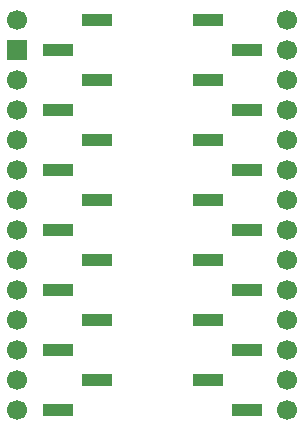
<source format=gbs>
G04 #@! TF.GenerationSoftware,KiCad,Pcbnew,9.0.6*
G04 #@! TF.CreationDate,2026-01-08T22:08:59-06:00*
G04 #@! TF.ProjectId,QFN-24_4x4_P0.5,51464e2d-3234-45f3-9478-345f50302e35,rev?*
G04 #@! TF.SameCoordinates,Original*
G04 #@! TF.FileFunction,Soldermask,Bot*
G04 #@! TF.FilePolarity,Negative*
%FSLAX46Y46*%
G04 Gerber Fmt 4.6, Leading zero omitted, Abs format (unit mm)*
G04 Created by KiCad (PCBNEW 9.0.6) date 2026-01-08 22:08:59*
%MOMM*%
%LPD*%
G01*
G04 APERTURE LIST*
%ADD10C,1.700000*%
%ADD11R,1.700000X1.700000*%
%ADD12R,2.510000X1.000000*%
G04 APERTURE END LIST*
D10*
X134620000Y-129286000D03*
X134620000Y-126746000D03*
X134620000Y-124206000D03*
X134620000Y-121666000D03*
X134620000Y-119126000D03*
X134620000Y-116586000D03*
X134620000Y-114046000D03*
X134620000Y-111506000D03*
X134620000Y-108966000D03*
X134620000Y-106426000D03*
X134620000Y-103886000D03*
X134620000Y-101346000D03*
X134620000Y-98806000D03*
X134620000Y-96266000D03*
X111760000Y-129286000D03*
X111760000Y-126746000D03*
X111760000Y-124206000D03*
X111760000Y-121666000D03*
X111760000Y-119126000D03*
X111760000Y-116586000D03*
X111760000Y-114046000D03*
X111760000Y-111506000D03*
X111760000Y-108966000D03*
X111760000Y-106426000D03*
X111760000Y-103886000D03*
X111760000Y-101346000D03*
D11*
X111760000Y-98806000D03*
D10*
X111760000Y-96266000D03*
D12*
X131195000Y-129286000D03*
X127885000Y-126746000D03*
X131195000Y-124206000D03*
X127885000Y-121666000D03*
X131195000Y-119126000D03*
X127885000Y-116586000D03*
X131195000Y-114046000D03*
X127885000Y-111506000D03*
X131195000Y-108966000D03*
X127885000Y-106426000D03*
X131195000Y-103886000D03*
X127885000Y-101346000D03*
X131195000Y-98806000D03*
X127885000Y-96266000D03*
X115185000Y-129286000D03*
X118495000Y-126746000D03*
X115185000Y-124206000D03*
X118495000Y-121666000D03*
X115185000Y-119126000D03*
X118495000Y-116586000D03*
X115185000Y-114046000D03*
X118495000Y-111506000D03*
X115185000Y-108966000D03*
X118495000Y-106426000D03*
X115185000Y-103886000D03*
X118495000Y-101346000D03*
X115185000Y-98806000D03*
X118495000Y-96266000D03*
M02*

</source>
